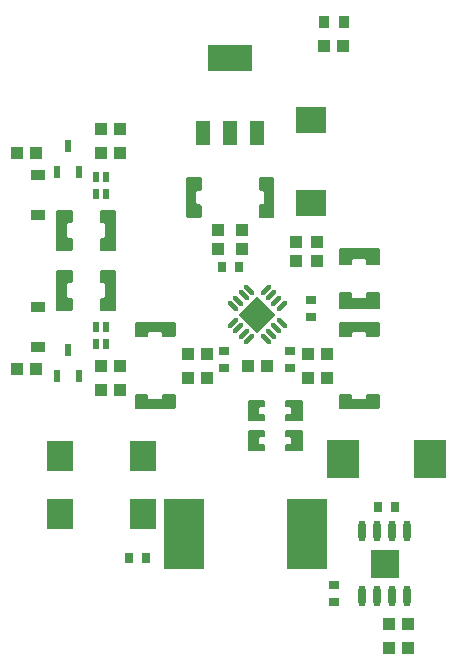
<source format=gtp>
G04 Layer: TopPasteMaskLayer*
G04 Panelize: V-CUT, Column: 2, Row: 2, Board Size: 58.42mm x 58.42mm, Panelized Board Size: 118.84mm x 118.84mm*
G04 EasyEDA v6.5.34, 2023-08-04 19:32:33*
G04 a0606e6caba547089c08a3f75083e84a,5a6b42c53f6a479593ecc07194224c93,10*
G04 Gerber Generator version 0.2*
G04 Scale: 100 percent, Rotated: No, Reflected: No *
G04 Dimensions in millimeters *
G04 leading zeros omitted , absolute positions ,4 integer and 5 decimal *
%FSLAX45Y45*%
%MOMM*%

%AMMACRO1*21,1,$1,$2,0,0,$3*%
%AMMACRO2*1,1,$1,$2,$3*1,1,$1,$4,$5*20,1,$1,$2,$3,$4,$5,0*%
%ADD10R,0.6000X0.8500*%
%ADD11R,1.0000X1.1000*%
%ADD12R,1.1000X1.0000*%
%ADD13R,0.9000X0.8000*%
%ADD14R,0.8000X0.9000*%
%ADD15O,0.5999988X1.7999964*%
%ADD16MACRO1,2.29X2.29X90.0000*%
%ADD17R,3.5000X6.0000*%
%ADD18R,2.7000X3.3000*%
%ADD19MACRO2,0.364X-0.2556X0.2556X0.2556X-0.2556*%
%ADD20MACRO2,0.364X-0.2556X-0.2556X0.2556X0.2556*%
%ADD21MACRO1,2.16X2.16X135.0000*%
%ADD22MACRO1,2.592X2.2075X90.0000*%
%ADD23MACRO1,2.592X2.2075X0.0000*%
%ADD24R,2.5920X2.2075*%
%ADD25R,0.5320X1.0375*%
%ADD26R,1.1500X0.9500*%
%ADD27R,0.8999X1.0000*%
%ADD28R,3.8000X2.3000*%
%ADD29R,1.2000X2.0000*%
%ADD30R,0.0106X2.0000*%

%LPD*%
G36*
X3828796Y2372410D02*
G01*
X3818788Y2362403D01*
X3818788Y2325370D01*
X3828796Y2315362D01*
X3859276Y2315362D01*
X3869283Y2305354D01*
X3869283Y2266645D01*
X3859276Y2256637D01*
X3828796Y2256637D01*
X3818788Y2246630D01*
X3818788Y2209596D01*
X3828796Y2199589D01*
X3957269Y2199589D01*
X3967276Y2209596D01*
X3967276Y2362403D01*
X3957269Y2372410D01*
G37*
G36*
X3510279Y2372410D02*
G01*
X3500272Y2362403D01*
X3500272Y2209596D01*
X3510279Y2199589D01*
X3638804Y2199589D01*
X3648811Y2209596D01*
X3648811Y2246630D01*
X3638804Y2256637D01*
X3608324Y2256637D01*
X3598316Y2266645D01*
X3598316Y2305354D01*
X3608324Y2315362D01*
X3638804Y2315362D01*
X3648811Y2325370D01*
X3648811Y2362403D01*
X3638804Y2372410D01*
G37*
G36*
X3828796Y2118410D02*
G01*
X3818788Y2108403D01*
X3818788Y2071370D01*
X3828796Y2061362D01*
X3859276Y2061362D01*
X3869283Y2051354D01*
X3869283Y2012645D01*
X3859276Y2002637D01*
X3828796Y2002637D01*
X3818788Y1992630D01*
X3818788Y1955596D01*
X3828796Y1945589D01*
X3957269Y1945589D01*
X3967276Y1955596D01*
X3967276Y2108403D01*
X3957269Y2118410D01*
G37*
G36*
X3510279Y2118410D02*
G01*
X3500272Y2108403D01*
X3500272Y1955596D01*
X3510279Y1945589D01*
X3638804Y1945589D01*
X3648811Y1955596D01*
X3648811Y1992630D01*
X3638804Y2002637D01*
X3608324Y2002637D01*
X3598316Y2012645D01*
X3598316Y2051354D01*
X3608324Y2061362D01*
X3638804Y2061362D01*
X3648811Y2071370D01*
X3648811Y2108403D01*
X3638804Y2118410D01*
G37*
G36*
X4282186Y3037738D02*
G01*
X4272178Y3027730D01*
X4272178Y2919476D01*
X4282186Y2909519D01*
X4376216Y2909519D01*
X4386224Y2919476D01*
X4386224Y2943098D01*
X4396232Y2953105D01*
X4493768Y2953105D01*
X4503724Y2943098D01*
X4503724Y2919476D01*
X4513732Y2909519D01*
X4607814Y2909519D01*
X4617770Y2919476D01*
X4617770Y3027730D01*
X4607814Y3037738D01*
G37*
G36*
X4282186Y2424480D02*
G01*
X4272178Y2414473D01*
X4272178Y2306218D01*
X4282186Y2296261D01*
X4607814Y2296261D01*
X4617770Y2306218D01*
X4617770Y2414473D01*
X4607814Y2424480D01*
X4513732Y2424480D01*
X4503724Y2414473D01*
X4503724Y2390902D01*
X4493768Y2380894D01*
X4396232Y2380894D01*
X4386224Y2390902D01*
X4386224Y2414473D01*
X4376216Y2424480D01*
G37*
G36*
X2554986Y3037738D02*
G01*
X2544978Y3027730D01*
X2544978Y2919476D01*
X2554986Y2909519D01*
X2649016Y2909519D01*
X2659024Y2919476D01*
X2659024Y2943098D01*
X2669032Y2953105D01*
X2766568Y2953105D01*
X2776524Y2943098D01*
X2776524Y2919476D01*
X2786532Y2909519D01*
X2880614Y2909519D01*
X2890570Y2919476D01*
X2890570Y3027730D01*
X2880614Y3037738D01*
G37*
G36*
X2554986Y2424480D02*
G01*
X2544978Y2414473D01*
X2544978Y2306218D01*
X2554986Y2296261D01*
X2880614Y2296261D01*
X2890570Y2306218D01*
X2890570Y2414473D01*
X2880614Y2424480D01*
X2786532Y2424480D01*
X2776524Y2414473D01*
X2776524Y2390902D01*
X2766568Y2380894D01*
X2669032Y2380894D01*
X2659024Y2390902D01*
X2659024Y2414473D01*
X2649016Y2424480D01*
G37*
G36*
X3605276Y4262170D02*
G01*
X3595268Y4252214D01*
X3595268Y4158132D01*
X3605276Y4148124D01*
X3628898Y4148124D01*
X3638905Y4138168D01*
X3638905Y4040632D01*
X3628898Y4030624D01*
X3605276Y4030624D01*
X3595268Y4020616D01*
X3595268Y3926586D01*
X3605276Y3916578D01*
X3713530Y3916578D01*
X3723538Y3926586D01*
X3723538Y4252214D01*
X3713530Y4262170D01*
G37*
G36*
X2992018Y4262170D02*
G01*
X2982061Y4252214D01*
X2982061Y3926586D01*
X2992018Y3916578D01*
X3100273Y3916578D01*
X3110280Y3926586D01*
X3110280Y4020616D01*
X3100273Y4030624D01*
X3076702Y4030624D01*
X3066694Y4040632D01*
X3066694Y4138168D01*
X3076702Y4148124D01*
X3100273Y4148124D01*
X3110280Y4158132D01*
X3110280Y4252214D01*
X3100273Y4262170D01*
G37*
G36*
X4280052Y3288588D02*
G01*
X4270044Y3278581D01*
X4270044Y3157931D01*
X4280052Y3147923D01*
X4609947Y3147923D01*
X4619955Y3157931D01*
X4619955Y3278581D01*
X4609947Y3288588D01*
X4514494Y3288588D01*
X4504486Y3278581D01*
X4504486Y3250742D01*
X4494479Y3240786D01*
X4395520Y3240786D01*
X4385513Y3250742D01*
X4385513Y3278581D01*
X4375505Y3288588D01*
G37*
G36*
X4280052Y3659276D02*
G01*
X4270044Y3649268D01*
X4270044Y3528568D01*
X4280052Y3518611D01*
X4375505Y3518611D01*
X4385513Y3528568D01*
X4385513Y3556406D01*
X4395520Y3566414D01*
X4494479Y3566414D01*
X4504486Y3556406D01*
X4504486Y3528568D01*
X4514494Y3518611D01*
X4609947Y3518611D01*
X4619955Y3528568D01*
X4619955Y3649268D01*
X4609947Y3659276D01*
G37*
G36*
X1887931Y3984955D02*
G01*
X1877923Y3974947D01*
X1877923Y3645052D01*
X1887931Y3635044D01*
X2008581Y3635044D01*
X2018588Y3645052D01*
X2018588Y3740505D01*
X2008581Y3750513D01*
X1980793Y3750513D01*
X1970786Y3760520D01*
X1970786Y3859479D01*
X1980793Y3869486D01*
X2008581Y3869486D01*
X2018588Y3879494D01*
X2018588Y3974947D01*
X2008581Y3984955D01*
G37*
G36*
X2258618Y3984955D02*
G01*
X2248611Y3974947D01*
X2248611Y3879494D01*
X2258618Y3869486D01*
X2286406Y3869486D01*
X2296414Y3859479D01*
X2296414Y3760520D01*
X2286406Y3750513D01*
X2258618Y3750513D01*
X2248611Y3740505D01*
X2248611Y3645052D01*
X2258618Y3635044D01*
X2379268Y3635044D01*
X2389276Y3645052D01*
X2389276Y3974947D01*
X2379268Y3984955D01*
G37*
G36*
X1887931Y3476955D02*
G01*
X1877923Y3466947D01*
X1877923Y3137052D01*
X1887931Y3127044D01*
X2008581Y3127044D01*
X2018588Y3137052D01*
X2018588Y3232505D01*
X2008581Y3242513D01*
X1980793Y3242513D01*
X1970786Y3252520D01*
X1970786Y3351479D01*
X1980793Y3361486D01*
X2008581Y3361486D01*
X2018588Y3371494D01*
X2018588Y3466947D01*
X2008581Y3476955D01*
G37*
G36*
X2258618Y3476955D02*
G01*
X2248611Y3466947D01*
X2248611Y3371494D01*
X2258618Y3361486D01*
X2286406Y3361486D01*
X2296414Y3351479D01*
X2296414Y3252520D01*
X2286406Y3242513D01*
X2258618Y3242513D01*
X2248611Y3232505D01*
X2248611Y3137052D01*
X2258618Y3127044D01*
X2379268Y3127044D01*
X2389276Y3137052D01*
X2389276Y3466947D01*
X2379268Y3476955D01*
G37*
D10*
G01*
X2303094Y4263491D03*
G01*
X2218105Y4118508D03*
G01*
X2303094Y4118508D03*
G01*
X2218105Y4263491D03*
D11*
G01*
X2416809Y4470400D03*
G01*
X2256815Y4470400D03*
D10*
G01*
X2218105Y2848508D03*
G01*
X2303094Y2993491D03*
G01*
X2218105Y2993491D03*
G01*
X2303094Y2848508D03*
D11*
G01*
X2416809Y2667000D03*
G01*
X2256815Y2667000D03*
D12*
G01*
X3911600Y3712184D03*
G01*
X3911600Y3552189D03*
G01*
X4089400Y3712184D03*
G01*
X4089400Y3552189D03*
D13*
G01*
X4038600Y3079597D03*
G01*
X4038600Y3219602D03*
D11*
G01*
X3501390Y2667000D03*
G01*
X3661384Y2667000D03*
D14*
G01*
X3282797Y3505200D03*
G01*
X3422802Y3505200D03*
D13*
G01*
X3302000Y2647797D03*
G01*
X3302000Y2787802D03*
G01*
X3860800Y2647797D03*
G01*
X3860800Y2787802D03*
D11*
G01*
X2993390Y2768600D03*
G01*
X3153384Y2768600D03*
G01*
X2993390Y2565400D03*
G01*
X3153384Y2565400D03*
G01*
X4009390Y2768600D03*
G01*
X4169384Y2768600D03*
G01*
X4009390Y2565400D03*
G01*
X4169384Y2565400D03*
D12*
G01*
X3251200Y3653789D03*
G01*
X3251200Y3813784D03*
G01*
X3454400Y3653789D03*
G01*
X3454400Y3813784D03*
D15*
G01*
X4470603Y713155D03*
G01*
X4597603Y713155D03*
G01*
X4724603Y713155D03*
G01*
X4851603Y713155D03*
G01*
X4470603Y1267637D03*
G01*
X4597603Y1267637D03*
G01*
X4724603Y1267637D03*
G01*
X4851603Y1267637D03*
D16*
G01*
X4661093Y990396D03*
D17*
G01*
X4000703Y1244396D03*
G01*
X2959303Y1244396D03*
D18*
G01*
X5042433Y1879396D03*
G01*
X4305172Y1879396D03*
D19*
G01*
X3651630Y2890647D03*
G01*
X3697604Y2936621D03*
G01*
X3743579Y2982594D03*
G01*
X3789527Y3028543D03*
D20*
G01*
X3789527Y3169031D03*
G01*
X3743553Y3215030D03*
G01*
X3697579Y3260978D03*
G01*
X3651630Y3306927D03*
D19*
G01*
X3511143Y3306927D03*
G01*
X3465169Y3260978D03*
G01*
X3419220Y3215030D03*
G01*
X3373246Y3169031D03*
D20*
G01*
X3373246Y3028543D03*
G01*
X3419195Y2982594D03*
G01*
X3465169Y2936621D03*
G01*
X3511143Y2890647D03*
D21*
G01*
X3581392Y3098794D03*
D14*
G01*
X4603800Y1472996D03*
G01*
X4743805Y1472996D03*
D13*
G01*
X4229303Y666394D03*
G01*
X4229303Y806399D03*
D14*
G01*
X2495600Y1041196D03*
G01*
X2635605Y1041196D03*
D22*
G01*
X2611922Y1409498D03*
G01*
X1909673Y1409498D03*
G01*
X2611922Y1904798D03*
G01*
X1909673Y1904798D03*
D11*
G01*
X4855413Y279196D03*
G01*
X4695393Y279196D03*
G01*
X4855413Y482396D03*
G01*
X4695393Y482396D03*
D23*
G01*
X4038593Y4043067D03*
D24*
G01*
X4038600Y4745304D03*
D25*
G01*
X1886204Y4309465D03*
G01*
X2076195Y4309465D03*
G01*
X1981200Y4529709D03*
D26*
G01*
X1727200Y4284040D03*
G01*
X1727200Y3945559D03*
D11*
G01*
X1545589Y4470400D03*
G01*
X1705584Y4470400D03*
G01*
X2416809Y4673600D03*
G01*
X2256815Y4673600D03*
G01*
X1545589Y2641600D03*
G01*
X1705584Y2641600D03*
G01*
X2416809Y2463800D03*
G01*
X2256815Y2463800D03*
D26*
G01*
X1727200Y2827959D03*
G01*
X1727200Y3166440D03*
D25*
G01*
X1886204Y2582265D03*
G01*
X2076195Y2582265D03*
G01*
X1981200Y2802509D03*
D11*
G01*
X4149090Y5372100D03*
G01*
X4309084Y5372100D03*
D27*
G01*
X4144086Y5575300D03*
G01*
X4314088Y5575300D03*
D28*
G01*
X3352800Y5270500D03*
D29*
G01*
X3352800Y4635500D03*
G01*
X3582797Y4635500D03*
G01*
X3122802Y4635500D03*
M02*

</source>
